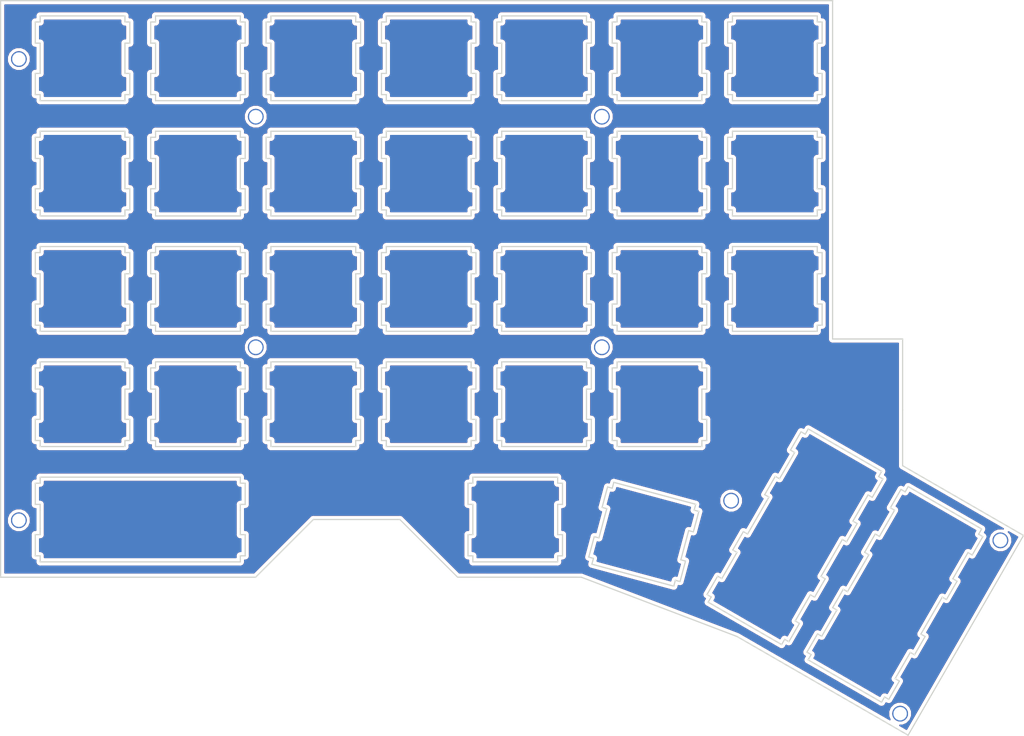
<source format=kicad_pcb>
(kicad_pcb (version 20171130) (host pcbnew "(5.0.0)")
  (layers (0 F.Cu signal) (31 B.Cu signal) (34 B.Paste user) (35 F.Paste user) (36 B.SilkS user) (37 F.SilkS user) (38 B.Mask user) (39 F.Mask user) (44 Edge.Cuts user))
  (net 0 "")
  (module library:M2 (layer F.Cu) (at 185.135 147.52)
    (fp_text reference "" (at 0 2.75) (layer F.SilkS))
    (fp_text value M2)
    (pad "" thru_hole circle (at 0 0) (size 2.6 2.6) (drill 2.2) (layers *.Cu *.Mask))
  )
  (module library:M2 (layer F.Cu) (at 157.235 112.33)
    (fp_text reference "" (at 0 2.75) (layer F.SilkS))
    (fp_text value M2)
    (pad "" thru_hole circle (at 0 0) (size 2.6 2.6) (drill 2.2) (layers *.Cu *.Mask))
  )
  (module library:M2 (layer F.Cu) (at 78.745 86.99)
    (fp_text reference "" (at 0 2.75) (layer F.SilkS))
    (fp_text value M2)
    (pad "" thru_hole circle (at 0 0) (size 2.6 2.6) (drill 2.2) (layers *.Cu *.Mask))
  )
  (module library:M2 (layer F.Cu) (at 135.885 86.99)
    (fp_text reference "" (at 0 2.75) (layer F.SilkS))
    (fp_text value M2)
    (pad "" thru_hole circle (at 0 0) (size 2.6 2.6) (drill 2.2) (layers *.Cu *.Mask))
  )
  (module library:M2 (layer F.Cu) (at 39.635 115.57)
    (fp_text reference "" (at 0 2.75) (layer F.SilkS))
    (fp_text value M2)
    (pad "" thru_hole circle (at 0 0) (size 2.6 2.6) (drill 2.2) (layers *.Cu *.Mask))
  )
  (module library:M2 (layer F.Cu) (at 39.635 39.37)
    (fp_text reference "" (at 0 2.75) (layer F.SilkS))
    (fp_text value M2)
    (pad "" thru_hole circle (at 0 0) (size 2.6 2.6) (drill 2.2) (layers *.Cu *.Mask))
  )
  (module library:M2 (layer F.Cu) (at 201.685 118.89)
    (fp_text reference "" (at 0 2.75) (layer F.SilkS))
    (fp_text value M2)
    (pad "" thru_hole circle (at 0 0) (size 2.6 2.6) (drill 2.2) (layers *.Cu *.Mask))
  )
  (module library:M2 (layer F.Cu) (at 135.885 48.89)
    (fp_text reference "" (at 0 2.75) (layer F.SilkS))
    (fp_text value M2)
    (pad "" thru_hole circle (at 0 0) (size 2.6 2.6) (drill 2.2) (layers *.Cu *.Mask))
  )
  (module library:M2 (layer F.Cu) (at 78.745 48.89)
    (fp_text reference "" (at 0 2.75) (layer F.SilkS))
    (fp_text value M2)
    (pad "" thru_hole circle (at 0 0) (size 2.6 2.6) (drill 2.2) (layers *.Cu *.Mask))
  )
  (gr_line (start 185.542254 85.618009) (end 185.542254 97.342969) (layer Edge.Cuts) (width 0.2))
  (gr_line (start 153.2 90.39375) (end 152.4 90.39375) (layer Edge.Cuts) (width 0.2))
  (gr_line (start 153.2 93.89375) (end 153.2 90.39375) (layer Edge.Cuts) (width 0.2))
  (gr_line (start 152.4 93.89375) (end 153.2 93.89375) (layer Edge.Cuts) (width 0.2))
  (gr_line (start 152.4 90.39375) (end 152.4 89.39375) (layer Edge.Cuts) (width 0.2))
  (gr_line (start 157.45 84.34375) (end 171.45 84.34375) (layer Edge.Cuts) (width 0.2))
  (gr_line (start 185.542254 85.618009) (end 173.98 85.618009) (layer Edge.Cuts) (width 0.2))
  (gr_line (start 174 29.725) (end 36.65 29.725) (layer Edge.Cuts) (width 0.2))
  (gr_line (start 154.9984 124.80635) (end 153.2484 127.83745) (layer Edge.Cuts) (width 0.2))
  (gr_line (start 165.5655 136.10345) (end 166.0655 135.23745) (layer Edge.Cuts) (width 0.2))
  (gr_line (start 153.2484 127.83745) (end 153.9412 128.23745) (layer Edge.Cuts) (width 0.2))
  (gr_line (start 153.4412 129.10345) (end 165.5655 136.10345) (layer Edge.Cuts) (width 0.2))
  (gr_line (start 153.9412 128.23745) (end 153.4412 129.10345) (layer Edge.Cuts) (width 0.2))
  (gr_line (start 177.3405 115.70855) (end 179.8405 111.37845) (layer Edge.Cuts) (width 0.2))
  (gr_line (start 193.8383 125.23355) (end 196.3383 120.90345) (layer Edge.Cuts) (width 0.2))
  (gr_line (start 192.7811 128.66465) (end 194.5311 125.63355) (layer Edge.Cuts) (width 0.2))
  (gr_line (start 162.7734 111.33965) (end 163.4662 111.73965) (layer Edge.Cuts) (width 0.2))
  (gr_line (start 164.5234 108.30855) (end 162.7734 111.33965) (layer Edge.Cuts) (width 0.2))
  (gr_line (start 181.5905 108.34735) (end 182.0905 107.48125) (layer Edge.Cuts) (width 0.2))
  (gr_line (start 155.6912 125.20635) (end 154.9984 124.80635) (layer Edge.Cuts) (width 0.2))
  (gr_line (start 176.2834 119.13965) (end 178.0334 116.10855) (layer Edge.Cuts) (width 0.2))
  (gr_line (start 157.4984 120.47615) (end 158.1912 120.87615) (layer Edge.Cuts) (width 0.2))
  (gr_line (start 159.2484 117.44515) (end 157.4984 120.47615) (layer Edge.Cuts) (width 0.2))
  (gr_line (start 170.3155 127.87615) (end 171.0084 128.27615) (layer Edge.Cuts) (width 0.2))
  (gr_line (start 163.4662 111.73965) (end 162.9662 112.60565) (layer Edge.Cuts) (width 0.2))
  (gr_line (start 167.8155 132.20635) (end 170.3155 127.87615) (layer Edge.Cuts) (width 0.2))
  (gr_line (start 166.0655 135.23745) (end 166.7584 135.63745) (layer Edge.Cuts) (width 0.2))
  (gr_line (start 191.5883 129.13065) (end 192.0883 128.26465) (layer Edge.Cuts) (width 0.2))
  (gr_line (start 182.2834 108.74735) (end 181.5905 108.34735) (layer Edge.Cuts) (width 0.2))
  (gr_line (start 175.5905 118.73965) (end 176.2834 119.13965) (layer Edge.Cuts) (width 0.2))
  (gr_line (start 179.2711 120.86465) (end 179.964 121.26465) (layer Edge.Cuts) (width 0.2))
  (gr_line (start 184.214 113.90345) (end 181.714 118.23355) (layer Edge.Cuts) (width 0.2))
  (gr_line (start 182.0905 107.48125) (end 169.9662 100.48125) (layer Edge.Cuts) (width 0.2))
  (gr_line (start 196.3383 120.90345) (end 197.0311 121.30345) (layer Edge.Cuts) (width 0.2))
  (gr_line (start 192.0883 128.26465) (end 192.7811 128.66465) (layer Edge.Cuts) (width 0.2))
  (gr_line (start 185.2711 110.47235) (end 183.5211 113.50345) (layer Edge.Cuts) (width 0.2))
  (gr_line (start 179.8405 111.37845) (end 180.5334 111.77845) (layer Edge.Cuts) (width 0.2))
  (gr_line (start 167.7162 104.37845) (end 165.2162 108.70855) (layer Edge.Cuts) (width 0.2))
  (gr_line (start 194.5311 125.63355) (end 193.8383 125.23355) (layer Edge.Cuts) (width 0.2))
  (gr_line (start 171.0084 128.27615) (end 172.7584 125.24515) (layer Edge.Cuts) (width 0.2))
  (gr_line (start 158.1912 120.87615) (end 155.6912 125.20635) (layer Edge.Cuts) (width 0.2))
  (gr_line (start 160.4412 116.97905) (end 159.9412 117.84515) (layer Edge.Cuts) (width 0.2))
  (gr_line (start 179.964 121.26465) (end 179.464 122.13065) (layer Edge.Cuts) (width 0.2))
  (gr_line (start 181.714 118.23355) (end 181.0211 117.83355) (layer Edge.Cuts) (width 0.2))
  (gr_line (start 172.0655 124.84515) (end 172.5655 123.97905) (layer Edge.Cuts) (width 0.2))
  (gr_line (start 198.7811 118.27235) (end 198.0883 117.87235) (layer Edge.Cuts) (width 0.2))
  (gr_line (start 159.9412 117.84515) (end 159.2484 117.44515) (layer Edge.Cuts) (width 0.2))
  (gr_line (start 183.5211 113.50345) (end 184.214 113.90345) (layer Edge.Cuts) (width 0.2))
  (gr_line (start 166.7584 135.63745) (end 168.5084 132.60635) (layer Edge.Cuts) (width 0.2))
  (gr_line (start 186.464 110.00625) (end 185.964 110.87235) (layer Edge.Cuts) (width 0.2))
  (gr_line (start 165.2162 108.70855) (end 164.5234 108.30855) (layer Edge.Cuts) (width 0.2))
  (gr_line (start 172.7584 125.24515) (end 172.0655 124.84515) (layer Edge.Cuts) (width 0.2))
  (gr_line (start 168.5084 132.60635) (end 167.8155 132.20635) (layer Edge.Cuts) (width 0.2))
  (gr_line (start 175.0905 119.60565) (end 175.5905 118.73965) (layer Edge.Cuts) (width 0.2))
  (gr_line (start 181.0211 117.83355) (end 179.2711 120.86465) (layer Edge.Cuts) (width 0.2))
  (gr_line (start 198.5883 117.00625) (end 186.464 110.00625) (layer Edge.Cuts) (width 0.2))
  (gr_line (start 197.0311 121.30345) (end 198.7811 118.27235) (layer Edge.Cuts) (width 0.2))
  (gr_line (start 198.0883 117.87235) (end 198.5883 117.00625) (layer Edge.Cuts) (width 0.2))
  (gr_line (start 178.0334 116.10855) (end 177.3405 115.70855) (layer Edge.Cuts) (width 0.2))
  (gr_line (start 185.964 110.87235) (end 185.2711 110.47235) (layer Edge.Cuts) (width 0.2))
  (gr_line (start 180.5334 111.77845) (end 182.2834 108.74735) (layer Edge.Cuts) (width 0.2))
  (gr_line (start 99.5 33.24375) (end 99.5 36.74375) (layer Edge.Cuts) (width 0.2))
  (gr_line (start 134.15 33.24375) (end 133.35 33.24375) (layer Edge.Cuts) (width 0.2))
  (gr_line (start 118.55 36.74375) (end 119.35 36.74375) (layer Edge.Cuts) (width 0.2))
  (gr_line (start 114.3 46.24375) (end 114.3 45.24375) (layer Edge.Cuts) (width 0.2))
  (gr_line (start 99.5 36.74375) (end 100.3 36.74375) (layer Edge.Cuts) (width 0.2))
  (gr_line (start 119.35 33.24375) (end 118.55 33.24375) (layer Edge.Cuts) (width 0.2))
  (gr_line (start 134.15 45.24375) (end 134.15 41.74375) (layer Edge.Cuts) (width 0.2))
  (gr_line (start 100.3 33.24375) (end 99.5 33.24375) (layer Edge.Cuts) (width 0.2))
  (gr_line (start 133.35 32.24375) (end 119.35 32.24375) (layer Edge.Cuts) (width 0.2))
  (gr_line (start 133.35 41.74375) (end 133.35 36.74375) (layer Edge.Cuts) (width 0.2))
  (gr_line (start 114.3 32.24375) (end 100.3 32.24375) (layer Edge.Cuts) (width 0.2))
  (gr_line (start 119.35 32.24375) (end 119.35 33.24375) (layer Edge.Cuts) (width 0.2))
  (gr_line (start 118.55 45.24375) (end 119.35 45.24375) (layer Edge.Cuts) (width 0.2))
  (gr_line (start 119.35 36.74375) (end 119.35 41.74375) (layer Edge.Cuts) (width 0.2))
  (gr_line (start 100.3 36.74375) (end 100.3 41.74375) (layer Edge.Cuts) (width 0.2))
  (gr_line (start 118.55 33.24375) (end 118.55 36.74375) (layer Edge.Cuts) (width 0.2))
  (gr_line (start 138.4 32.24375) (end 138.4 33.24375) (layer Edge.Cuts) (width 0.2))
  (gr_line (start 153.2 41.74375) (end 152.4 41.74375) (layer Edge.Cuts) (width 0.2))
  (gr_line (start 133.35 33.24375) (end 133.35 32.24375) (layer Edge.Cuts) (width 0.2))
  (gr_line (start 138.4 33.24375) (end 137.6 33.24375) (layer Edge.Cuts) (width 0.2))
  (gr_line (start 119.35 41.74375) (end 118.55 41.74375) (layer Edge.Cuts) (width 0.2))
  (gr_line (start 100.3 41.74375) (end 99.5 41.74375) (layer Edge.Cuts) (width 0.2))
  (gr_line (start 153.2 36.74375) (end 153.2 33.24375) (layer Edge.Cuts) (width 0.2))
  (gr_line (start 133.35 45.24375) (end 134.15 45.24375) (layer Edge.Cuts) (width 0.2))
  (gr_line (start 152.4 36.74375) (end 153.2 36.74375) (layer Edge.Cuts) (width 0.2))
  (gr_line (start 99.5 41.74375) (end 99.5 45.24375) (layer Edge.Cuts) (width 0.2))
  (gr_line (start 152.4 46.24375) (end 152.4 45.24375) (layer Edge.Cuts) (width 0.2))
  (gr_line (start 138.4 46.24375) (end 152.4 46.24375) (layer Edge.Cuts) (width 0.2))
  (gr_line (start 99.5 45.24375) (end 100.3 45.24375) (layer Edge.Cuts) (width 0.2))
  (gr_line (start 134.15 41.74375) (end 133.35 41.74375) (layer Edge.Cuts) (width 0.2))
  (gr_line (start 138.4 45.24375) (end 138.4 46.24375) (layer Edge.Cuts) (width 0.2))
  (gr_line (start 153.2 45.24375) (end 153.2 41.74375) (layer Edge.Cuts) (width 0.2))
  (gr_line (start 119.35 46.24375) (end 133.35 46.24375) (layer Edge.Cuts) (width 0.2))
  (gr_line (start 138.4 41.74375) (end 137.6 41.74375) (layer Edge.Cuts) (width 0.2))
  (gr_line (start 100.3 46.24375) (end 114.3 46.24375) (layer Edge.Cuts) (width 0.2))
  (gr_line (start 152.4 32.24375) (end 138.4 32.24375) (layer Edge.Cuts) (width 0.2))
  (gr_line (start 137.6 36.74375) (end 138.4 36.74375) (layer Edge.Cuts) (width 0.2))
  (gr_line (start 137.6 45.24375) (end 138.4 45.24375) (layer Edge.Cuts) (width 0.2))
  (gr_line (start 137.6 41.74375) (end 137.6 45.24375) (layer Edge.Cuts) (width 0.2))
  (gr_line (start 152.4 41.74375) (end 152.4 36.74375) (layer Edge.Cuts) (width 0.2))
  (gr_line (start 138.4 36.74375) (end 138.4 41.74375) (layer Edge.Cuts) (width 0.2))
  (gr_line (start 137.6 33.24375) (end 137.6 36.74375) (layer Edge.Cuts) (width 0.2))
  (gr_line (start 152.4 33.24375) (end 152.4 32.24375) (layer Edge.Cuts) (width 0.2))
  (gr_line (start 153.2 33.24375) (end 152.4 33.24375) (layer Edge.Cuts) (width 0.2))
  (gr_line (start 133.35 46.24375) (end 133.35 45.24375) (layer Edge.Cuts) (width 0.2))
  (gr_line (start 133.35 36.74375) (end 134.15 36.74375) (layer Edge.Cuts) (width 0.2))
  (gr_line (start 152.4 45.24375) (end 153.2 45.24375) (layer Edge.Cuts) (width 0.2))
  (gr_line (start 100.3 32.24375) (end 100.3 33.24375) (layer Edge.Cuts) (width 0.2))
  (gr_line (start 118.55 41.74375) (end 118.55 45.24375) (layer Edge.Cuts) (width 0.2))
  (gr_line (start 100.3 45.24375) (end 100.3 46.24375) (layer Edge.Cuts) (width 0.2))
  (gr_line (start 119.35 45.24375) (end 119.35 46.24375) (layer Edge.Cuts) (width 0.2))
  (gr_line (start 134.15 36.74375) (end 134.15 33.24375) (layer Edge.Cuts) (width 0.2))
  (gr_line (start 62.2 41.74375) (end 61.4 41.74375) (layer Edge.Cuts) (width 0.2))
  (gr_line (start 76.2 46.24375) (end 76.2 45.24375) (layer Edge.Cuts) (width 0.2))
  (gr_line (start 62.2 45.24375) (end 62.2 46.24375) (layer Edge.Cuts) (width 0.2))
  (gr_line (start 62.2 36.74375) (end 62.2 41.74375) (layer Edge.Cuts) (width 0.2))
  (gr_line (start 57.15 33.24375) (end 57.15 32.24375) (layer Edge.Cuts) (width 0.2))
  (gr_line (start 61.4 45.24375) (end 62.2 45.24375) (layer Edge.Cuts) (width 0.2))
  (gr_line (start 77 41.74375) (end 76.2 41.74375) (layer Edge.Cuts) (width 0.2))
  (gr_line (start 42.35 33.24375) (end 42.35 36.74375) (layer Edge.Cuts) (width 0.2))
  (gr_line (start 61.4 36.74375) (end 62.2 36.74375) (layer Edge.Cuts) (width 0.2))
  (gr_line (start 62.2 32.24375) (end 62.2 33.24375) (layer Edge.Cuts) (width 0.2))
  (gr_line (start 77 36.74375) (end 77 33.24375) (layer Edge.Cuts) (width 0.2))
  (gr_line (start 77 45.24375) (end 77 41.74375) (layer Edge.Cuts) (width 0.2))
  (gr_line (start 43.15 46.24375) (end 57.15 46.24375) (layer Edge.Cuts) (width 0.2))
  (gr_line (start 43.15 41.74375) (end 42.35 41.74375) (layer Edge.Cuts) (width 0.2))
  (gr_line (start 43.15 33.24375) (end 42.35 33.24375) (layer Edge.Cuts) (width 0.2))
  (gr_line (start 76.2 41.74375) (end 76.2 36.74375) (layer Edge.Cuts) (width 0.2))
  (gr_line (start 42.35 36.74375) (end 43.15 36.74375) (layer Edge.Cuts) (width 0.2))
  (gr_line (start 80.45 36.74375) (end 81.25 36.74375) (layer Edge.Cuts) (width 0.2))
  (gr_line (start 61.4 41.74375) (end 61.4 45.24375) (layer Edge.Cuts) (width 0.2))
  (gr_line (start 57.15 32.24375) (end 43.15 32.24375) (layer Edge.Cuts) (width 0.2))
  (gr_line (start 62.2 33.24375) (end 61.4 33.24375) (layer Edge.Cuts) (width 0.2))
  (gr_line (start 77 33.24375) (end 76.2 33.24375) (layer Edge.Cuts) (width 0.2))
  (gr_line (start 57.15 46.24375) (end 57.15 45.24375) (layer Edge.Cuts) (width 0.2))
  (gr_line (start 42.35 41.74375) (end 42.35 45.24375) (layer Edge.Cuts) (width 0.2))
  (gr_line (start 62.2 46.24375) (end 76.2 46.24375) (layer Edge.Cuts) (width 0.2))
  (gr_line (start 114.3 33.24375) (end 114.3 32.24375) (layer Edge.Cuts) (width 0.2))
  (gr_line (start 95.25 46.24375) (end 95.25 45.24375) (layer Edge.Cuts) (width 0.2))
  (gr_line (start 115.1 33.24375) (end 114.3 33.24375) (layer Edge.Cuts) (width 0.2))
  (gr_line (start 96.05 36.74375) (end 96.05 33.24375) (layer Edge.Cuts) (width 0.2))
  (gr_line (start 115.1 36.74375) (end 115.1 33.24375) (layer Edge.Cuts) (width 0.2))
  (gr_line (start 114.3 36.74375) (end 115.1 36.74375) (layer Edge.Cuts) (width 0.2))
  (gr_line (start 57.95 33.24375) (end 57.15 33.24375) (layer Edge.Cuts) (width 0.2))
  (gr_line (start 114.3 41.74375) (end 114.3 36.74375) (layer Edge.Cuts) (width 0.2))
  (gr_line (start 115.1 41.74375) (end 114.3 41.74375) (layer Edge.Cuts) (width 0.2))
  (gr_line (start 95.25 36.74375) (end 96.05 36.74375) (layer Edge.Cuts) (width 0.2))
  (gr_line (start 115.1 45.24375) (end 115.1 41.74375) (layer Edge.Cuts) (width 0.2))
  (gr_line (start 95.25 33.24375) (end 95.25 32.24375) (layer Edge.Cuts) (width 0.2))
  (gr_line (start 114.3 45.24375) (end 115.1 45.24375) (layer Edge.Cuts) (width 0.2))
  (gr_line (start 81.25 46.24375) (end 95.25 46.24375) (layer Edge.Cuts) (width 0.2))
  (gr_line (start 61.4 33.24375) (end 61.4 36.74375) (layer Edge.Cuts) (width 0.2))
  (gr_line (start 76.2 36.74375) (end 77 36.74375) (layer Edge.Cuts) (width 0.2))
  (gr_line (start 76.2 45.24375) (end 77 45.24375) (layer Edge.Cuts) (width 0.2))
  (gr_line (start 43.15 36.74375) (end 43.15 41.74375) (layer Edge.Cuts) (width 0.2))
  (gr_line (start 43.15 32.24375) (end 43.15 33.24375) (layer Edge.Cuts) (width 0.2))
  (gr_line (start 81.25 45.24375) (end 81.25 46.24375) (layer Edge.Cuts) (width 0.2))
  (gr_line (start 57.15 36.74375) (end 57.95 36.74375) (layer Edge.Cuts) (width 0.2))
  (gr_line (start 80.45 45.24375) (end 81.25 45.24375) (layer Edge.Cuts) (width 0.2))
  (gr_line (start 80.45 41.74375) (end 80.45 45.24375) (layer Edge.Cuts) (width 0.2))
  (gr_line (start 81.25 41.74375) (end 80.45 41.74375) (layer Edge.Cuts) (width 0.2))
  (gr_line (start 76.2 32.24375) (end 62.2 32.24375) (layer Edge.Cuts) (width 0.2))
  (gr_line (start 43.15 45.24375) (end 43.15 46.24375) (layer Edge.Cuts) (width 0.2))
  (gr_line (start 81.25 36.74375) (end 81.25 41.74375) (layer Edge.Cuts) (width 0.2))
  (gr_line (start 80.45 33.24375) (end 80.45 36.74375) (layer Edge.Cuts) (width 0.2))
  (gr_line (start 76.2 33.24375) (end 76.2 32.24375) (layer Edge.Cuts) (width 0.2))
  (gr_line (start 42.35 45.24375) (end 43.15 45.24375) (layer Edge.Cuts) (width 0.2))
  (gr_line (start 81.25 32.24375) (end 81.25 33.24375) (layer Edge.Cuts) (width 0.2))
  (gr_line (start 81.25 33.24375) (end 80.45 33.24375) (layer Edge.Cuts) (width 0.2))
  (gr_line (start 95.25 41.74375) (end 95.25 36.74375) (layer Edge.Cuts) (width 0.2))
  (gr_line (start 96.05 45.24375) (end 96.05 41.74375) (layer Edge.Cuts) (width 0.2))
  (gr_line (start 95.25 32.24375) (end 81.25 32.24375) (layer Edge.Cuts) (width 0.2))
  (gr_line (start 57.95 36.74375) (end 57.95 33.24375) (layer Edge.Cuts) (width 0.2))
  (gr_line (start 96.05 33.24375) (end 95.25 33.24375) (layer Edge.Cuts) (width 0.2))
  (gr_line (start 96.05 41.74375) (end 95.25 41.74375) (layer Edge.Cuts) (width 0.2))
  (gr_line (start 95.25 45.24375) (end 96.05 45.24375) (layer Edge.Cuts) (width 0.2))
  (gr_line (start 36.62 124.97375) (end 78.725 124.97375) (layer Edge.Cuts) (width 0.2))
  (gr_line (start 189.2561 134.77015) (end 188.5633 134.37015) (layer Edge.Cuts) (width 0.2))
  (gr_line (start 36.62 29.71375) (end 36.62 124.97375) (layer Edge.Cuts) (width 0.2))
  (gr_line (start 160.4412 116.97905) (end 162.9662 112.60565) (layer Edge.Cuts) (width 0.2))
  (gr_line (start 43.15 121.44375) (end 43.15 122.44375) (layer Edge.Cuts) (width 0.2))
  (gr_line (start 169.7461 137.36245) (end 170.439 137.76245) (layer Edge.Cuts) (width 0.2))
  (gr_line (start 76.2 121.44375) (end 77 121.44375) (layer Edge.Cuts) (width 0.2))
  (gr_line (start 188.5633 134.37015) (end 189.0633 133.50405) (layer Edge.Cuts) (width 0.2))
  (gr_line (start 187.5061 137.80115) (end 189.2561 134.77015) (layer Edge.Cuts) (width 0.2))
  (gr_line (start 189.0633 133.50405) (end 191.5883 129.13065) (layer Edge.Cuts) (width 0.2))
  (gr_line (start 43.15 117.94375) (end 43.15 116.94375) (layer Edge.Cuts) (width 0.2))
  (gr_line (start 176.939 126.50405) (end 179.464 122.13065) (layer Edge.Cuts) (width 0.2))
  (gr_line (start 43.15 108.44375) (end 76.2 108.44375) (layer Edge.Cuts) (width 0.2))
  (gr_line (start 43.15 109.44375) (end 42.35 109.44375) (layer Edge.Cuts) (width 0.2))
  (gr_line (start 186.8133 137.40115) (end 187.5061 137.80115) (layer Edge.Cuts) (width 0.2))
  (gr_line (start 174.689 130.40115) (end 172.189 134.73135) (layer Edge.Cuts) (width 0.2))
  (gr_line (start 184.3133 141.73135) (end 186.8133 137.40115) (layer Edge.Cuts) (width 0.2))
  (gr_line (start 176.439 127.37015) (end 175.7461 126.97015) (layer Edge.Cuts) (width 0.2))
  (gr_line (start 168.773412 100.94728) (end 169.466222 101.347263) (layer Edge.Cuts) (width 0.2))
  (gr_line (start 42.35 112.94375) (end 43.15 112.94375) (layer Edge.Cuts) (width 0.2))
  (gr_line (start 76.2 109.44375) (end 76.2 108.44375) (layer Edge.Cuts) (width 0.2))
  (gr_line (start 170.439 137.76245) (end 169.939 138.62845) (layer Edge.Cuts) (width 0.2))
  (gr_line (start 76.2 116.94375) (end 76.2 117.94375) (layer Edge.Cuts) (width 0.2))
  (gr_line (start 43.15 122.44375) (end 76.2 122.44375) (layer Edge.Cuts) (width 0.2))
  (gr_line (start 77 121.44375) (end 77 117.94375) (layer Edge.Cuts) (width 0.2))
  (gr_line (start 43.15 108.44375) (end 43.15 109.44375) (layer Edge.Cuts) (width 0.2))
  (gr_line (start 185.0061 142.13135) (end 184.3133 141.73135) (layer Edge.Cuts) (width 0.2))
  (gr_line (start 172.189 134.73135) (end 171.4961 134.33135) (layer Edge.Cuts) (width 0.2))
  (gr_line (start 77 109.44375) (end 76.2 109.44375) (layer Edge.Cuts) (width 0.2))
  (gr_line (start 42.35 109.44375) (end 42.35 112.94375) (layer Edge.Cuts) (width 0.2))
  (gr_line (start 169.939 138.62845) (end 182.0633 145.62845) (layer Edge.Cuts) (width 0.2))
  (gr_line (start 171.4961 134.33135) (end 169.7461 137.36245) (layer Edge.Cuts) (width 0.2))
  (gr_line (start 42.35 121.44375) (end 43.15 121.44375) (layer Edge.Cuts) (width 0.2))
  (gr_line (start 57.15 41.74375) (end 57.15 36.74375) (layer Edge.Cuts) (width 0.2))
  (gr_line (start 57.95 41.74375) (end 57.15 41.74375) (layer Edge.Cuts) (width 0.2))
  (gr_line (start 167.716212 104.378357) (end 167.023402 103.978375) (layer Edge.Cuts) (width 0.2))
  (gr_line (start 57.95 45.24375) (end 57.95 41.74375) (layer Edge.Cuts) (width 0.2))
  (gr_line (start 205.504141 118.0777) (end 185.542254 106.552708) (layer Edge.Cuts) (width 0.2))
  (gr_line (start 175.7461 126.97015) (end 173.9961 130.00115) (layer Edge.Cuts) (width 0.2))
  (gr_line (start 76.2 113.94375) (end 76.2 112.94375) (layer Edge.Cuts) (width 0.2))
  (gr_line (start 186.449109 151.081984) (end 205.504141 118.0777) (layer Edge.Cuts) (width 0.2))
  (gr_line (start 77 112.94375) (end 77 109.44375) (layer Edge.Cuts) (width 0.2))
  (gr_line (start 173.9961 130.00115) (end 174.689 130.40115) (layer Edge.Cuts) (width 0.2))
  (gr_line (start 182.0633 145.62845) (end 182.5633 144.76245) (layer Edge.Cuts) (width 0.2))
  (gr_line (start 169.466222 101.347263) (end 169.9662 100.48125) (layer Edge.Cuts) (width 0.2))
  (gr_line (start 76.2 112.94375) (end 77 112.94375) (layer Edge.Cuts) (width 0.2))
  (gr_line (start 172.5655 123.97905) (end 175.0905 119.60565) (layer Edge.Cuts) (width 0.2))
  (gr_line (start 77 117.94375) (end 76.2 117.94375) (layer Edge.Cuts) (width 0.2))
  (gr_line (start 42.35 117.94375) (end 42.35 121.44375) (layer Edge.Cuts) (width 0.2))
  (gr_line (start 183.2561 145.16245) (end 185.0061 142.13135) (layer Edge.Cuts) (width 0.2))
  (gr_line (start 43.15 117.94375) (end 42.35 117.94375) (layer Edge.Cuts) (width 0.2))
  (gr_line (start 176.939 126.50405) (end 176.439 127.37015) (layer Edge.Cuts) (width 0.2))
  (gr_line (start 167.023402 103.978375) (end 168.773412 100.94728) (layer Edge.Cuts) (width 0.2))
  (gr_line (start 76.2 122.44375) (end 76.2 121.44375) (layer Edge.Cuts) (width 0.2))
  (gr_line (start 57.15 45.24375) (end 57.95 45.24375) (layer Edge.Cuts) (width 0.2))
  (gr_line (start 43.15 113.94375) (end 43.15 112.94375) (layer Edge.Cuts) (width 0.2))
  (gr_line (start 185.542254 106.552708) (end 185.542254 97.342969) (layer Edge.Cuts) (width 0.2))
  (gr_line (start 158.238346 134.794492) (end 186.449109 151.081984) (layer Edge.Cuts) (width 0.2))
  (gr_line (start 172.25 52.29375) (end 171.45 52.29375) (layer Edge.Cuts) (width 0.2))
  (gr_line (start 76.2 74.84375) (end 77 74.84375) (layer Edge.Cuts) (width 0.2))
  (gr_line (start 42.35 83.34375) (end 43.15 83.34375) (layer Edge.Cuts) (width 0.2))
  (gr_line (start 157.45 51.29375) (end 157.45 52.29375) (layer Edge.Cuts) (width 0.2))
  (gr_line (start 171.45 64.29375) (end 172.25 64.29375) (layer Edge.Cuts) (width 0.2))
  (gr_line (start 57.15 79.84375) (end 57.15 74.84375) (layer Edge.Cuts) (width 0.2))
  (gr_line (start 137.6 55.79375) (end 138.4 55.79375) (layer Edge.Cuts) (width 0.2))
  (gr_line (start 171.45 65.29375) (end 171.45 64.29375) (layer Edge.Cuts) (width 0.2))
  (gr_line (start 61.4 71.34375) (end 61.4 74.84375) (layer Edge.Cuts) (width 0.2))
  (gr_line (start 62.2 70.34375) (end 62.2 71.34375) (layer Edge.Cuts) (width 0.2))
  (gr_line (start 62.2 71.34375) (end 61.4 71.34375) (layer Edge.Cuts) (width 0.2))
  (gr_line (start 76.2 70.34375) (end 62.2 70.34375) (layer Edge.Cuts) (width 0.2))
  (gr_line (start 157.45 52.29375) (end 156.65 52.29375) (layer Edge.Cuts) (width 0.2))
  (gr_line (start 57.95 83.34375) (end 57.95 79.84375) (layer Edge.Cuts) (width 0.2))
  (gr_line (start 172.25 60.79375) (end 171.45 60.79375) (layer Edge.Cuts) (width 0.2))
  (gr_line (start 137.6 52.29375) (end 137.6 55.79375) (layer Edge.Cuts) (width 0.2))
  (gr_line (start 76.2 71.34375) (end 76.2 70.34375) (layer Edge.Cuts) (width 0.2))
  (gr_line (start 77 71.34375) (end 76.2 71.34375) (layer Edge.Cuts) (width 0.2))
  (gr_line (start 77 83.34375) (end 77 79.84375) (layer Edge.Cuts) (width 0.2))
  (gr_line (start 138.4 55.79375) (end 138.4 60.79375) (layer Edge.Cuts) (width 0.2))
  (gr_line (start 76.2 83.34375) (end 77 83.34375) (layer Edge.Cuts) (width 0.2))
  (gr_line (start 156.65 60.79375) (end 156.65 64.29375) (layer Edge.Cuts) (width 0.2))
  (gr_line (start 42.35 79.84375) (end 42.35 83.34375) (layer Edge.Cuts) (width 0.2))
  (gr_line (start 57.15 71.34375) (end 57.15 70.34375) (layer Edge.Cuts) (width 0.2))
  (gr_line (start 156.65 64.29375) (end 157.45 64.29375) (layer Edge.Cuts) (width 0.2))
  (gr_line (start 57.15 70.34375) (end 43.15 70.34375) (layer Edge.Cuts) (width 0.2))
  (gr_line (start 57.15 74.84375) (end 57.95 74.84375) (layer Edge.Cuts) (width 0.2))
  (gr_line (start 157.45 60.79375) (end 156.65 60.79375) (layer Edge.Cuts) (width 0.2))
  (gr_line (start 76.2 79.84375) (end 76.2 74.84375) (layer Edge.Cuts) (width 0.2))
  (gr_line (start 77 79.84375) (end 76.2 79.84375) (layer Edge.Cuts) (width 0.2))
  (gr_line (start 152.4 65.29375) (end 152.4 64.29375) (layer Edge.Cuts) (width 0.2))
  (gr_line (start 57.15 84.34375) (end 57.15 83.34375) (layer Edge.Cuts) (width 0.2))
  (gr_line (start 42.35 71.34375) (end 42.35 74.84375) (layer Edge.Cuts) (width 0.2))
  (gr_line (start 43.15 84.34375) (end 57.15 84.34375) (layer Edge.Cuts) (width 0.2))
  (gr_line (start 172.25 64.29375) (end 172.25 60.79375) (layer Edge.Cuts) (width 0.2))
  (gr_line (start 43.15 83.34375) (end 43.15 84.34375) (layer Edge.Cuts) (width 0.2))
  (gr_line (start 43.15 79.84375) (end 42.35 79.84375) (layer Edge.Cuts) (width 0.2))
  (gr_line (start 43.15 74.84375) (end 43.15 79.84375) (layer Edge.Cuts) (width 0.2))
  (gr_line (start 57.95 74.84375) (end 57.95 71.34375) (layer Edge.Cuts) (width 0.2))
  (gr_line (start 157.45 64.29375) (end 157.45 65.29375) (layer Edge.Cuts) (width 0.2))
  (gr_line (start 137.6 64.29375) (end 138.4 64.29375) (layer Edge.Cuts) (width 0.2))
  (gr_line (start 157.45 55.79375) (end 157.45 60.79375) (layer Edge.Cuts) (width 0.2))
  (gr_line (start 172.25 55.79375) (end 172.25 52.29375) (layer Edge.Cuts) (width 0.2))
  (gr_line (start 57.95 79.84375) (end 57.15 79.84375) (layer Edge.Cuts) (width 0.2))
  (gr_line (start 171.45 52.29375) (end 171.45 51.29375) (layer Edge.Cuts) (width 0.2))
  (gr_line (start 171.45 60.79375) (end 171.45 55.79375) (layer Edge.Cuts) (width 0.2))
  (gr_line (start 138.4 64.29375) (end 138.4 65.29375) (layer Edge.Cuts) (width 0.2))
  (gr_line (start 43.15 71.34375) (end 42.35 71.34375) (layer Edge.Cuts) (width 0.2))
  (gr_line (start 156.65 55.79375) (end 157.45 55.79375) (layer Edge.Cuts) (width 0.2))
  (gr_line (start 57.95 71.34375) (end 57.15 71.34375) (layer Edge.Cuts) (width 0.2))
  (gr_line (start 57.15 83.34375) (end 57.95 83.34375) (layer Edge.Cuts) (width 0.2))
  (gr_line (start 138.4 65.29375) (end 152.4 65.29375) (layer Edge.Cuts) (width 0.2))
  (gr_line (start 156.65 52.29375) (end 156.65 55.79375) (layer Edge.Cuts) (width 0.2))
  (gr_line (start 157.45 65.29375) (end 171.45 65.29375) (layer Edge.Cuts) (width 0.2))
  (gr_line (start 137.6 60.79375) (end 137.6 64.29375) (layer Edge.Cuts) (width 0.2))
  (gr_line (start 138.4 60.79375) (end 137.6 60.79375) (layer Edge.Cuts) (width 0.2))
  (gr_line (start 138.4 51.29375) (end 138.4 52.29375) (layer Edge.Cuts) (width 0.2))
  (gr_line (start 77 74.84375) (end 77 71.34375) (layer Edge.Cuts) (width 0.2))
  (gr_line (start 42.35 74.84375) (end 43.15 74.84375) (layer Edge.Cuts) (width 0.2))
  (gr_line (start 138.4 52.29375) (end 137.6 52.29375) (layer Edge.Cuts) (width 0.2))
  (gr_line (start 152.4 51.29375) (end 138.4 51.29375) (layer Edge.Cuts) (width 0.2))
  (gr_line (start 43.15 70.34375) (end 43.15 71.34375) (layer Edge.Cuts) (width 0.2))
  (gr_line (start 171.45 51.29375) (end 157.45 51.29375) (layer Edge.Cuts) (width 0.2))
  (gr_line (start 171.45 55.79375) (end 172.25 55.79375) (layer Edge.Cuts) (width 0.2))
  (gr_line (start 114.3 65.29375) (end 114.3 64.29375) (layer Edge.Cuts) (width 0.2))
  (gr_line (start 115.1 52.29375) (end 114.3 52.29375) (layer Edge.Cuts) (width 0.2))
  (gr_line (start 80.45 52.29375) (end 80.45 55.79375) (layer Edge.Cuts) (width 0.2))
  (gr_line (start 134.15 64.29375) (end 134.15 60.79375) (layer Edge.Cuts) (width 0.2))
  (gr_line (start 99.5 60.79375) (end 99.5 64.29375) (layer Edge.Cuts) (width 0.2))
  (gr_line (start 95.25 55.79375) (end 96.05 55.79375) (layer Edge.Cuts) (width 0.2))
  (gr_line (start 80.45 55.79375) (end 81.25 55.79375) (layer Edge.Cuts) (width 0.2))
  (gr_line (start 133.35 51.29375) (end 119.35 51.29375) (layer Edge.Cuts) (width 0.2))
  (gr_line (start 134.15 55.79375) (end 134.15 52.29375) (layer Edge.Cuts) (width 0.2))
  (gr_line (start 80.45 64.29375) (end 81.25 64.29375) (layer Edge.Cuts) (width 0.2))
  (gr_line (start 152.4 64.29375) (end 153.2 64.29375) (layer Edge.Cuts) (width 0.2))
  (gr_line (start 114.3 64.29375) (end 115.1 64.29375) (layer Edge.Cuts) (width 0.2))
  (gr_line (start 119.35 64.29375) (end 119.35 65.29375) (layer Edge.Cuts) (width 0.2))
  (gr_line (start 118.55 64.29375) (end 119.35 64.29375) (layer Edge.Cuts) (width 0.2))
  (gr_line (start 95.25 65.29375) (end 95.25 64.29375) (layer Edge.Cuts) (width 0.2))
  (gr_line (start 119.35 60.79375) (end 118.55 60.79375) (layer Edge.Cuts) (width 0.2))
  (gr_line (start 100.3 55.79375) (end 100.3 60.79375) (layer Edge.Cuts) (width 0.2))
  (gr_line (start 119.35 55.79375) (end 119.35 60.79375) (layer Edge.Cuts) (width 0.2))
  (gr_line (start 118.55 52.29375) (end 118.55 55.79375) (layer Edge.Cuts) (width 0.2))
  (gr_line (start 119.35 52.29375) (end 118.55 52.29375) (layer Edge.Cuts) (width 0.2))
  (gr_line (start 114.3 51.29375) (end 100.3 51.29375) (layer Edge.Cuts) (width 0.2))
  (gr_line (start 95.25 51.29375) (end 81.25 51.29375) (layer Edge.Cuts) (width 0.2))
  (gr_line (start 99.5 52.29375) (end 99.5 55.79375) (layer Edge.Cuts) (width 0.2))
  (gr_line (start 95.25 52.29375) (end 95.25 51.29375) (layer Edge.Cuts) (width 0.2))
  (gr_line (start 133.35 52.29375) (end 133.35 51.29375) (layer Edge.Cuts) (width 0.2))
  (gr_line (start 133.35 55.79375) (end 134.15 55.79375) (layer Edge.Cuts) (width 0.2))
  (gr_line (start 133.35 60.79375) (end 133.35 55.79375) (layer Edge.Cuts) (width 0.2))
  (gr_line (start 81.25 60.79375) (end 80.45 60.79375) (layer Edge.Cuts) (width 0.2))
  (gr_line (start 100.3 65.29375) (end 114.3 65.29375) (layer Edge.Cuts) (width 0.2))
  (gr_line (start 81.25 65.29375) (end 95.25 65.29375) (layer Edge.Cuts) (width 0.2))
  (gr_line (start 80.45 60.79375) (end 80.45 64.29375) (layer Edge.Cuts) (width 0.2))
  (gr_line (start 81.25 51.29375) (end 81.25 52.29375) (layer Edge.Cuts) (width 0.2))
  (gr_line (start 115.1 55.79375) (end 115.1 52.29375) (layer Edge.Cuts) (width 0.2))
  (gr_line (start 115.1 64.29375) (end 115.1 60.79375) (layer Edge.Cuts) (width 0.2))
  (gr_line (start 96.05 55.79375) (end 96.05 52.29375) (layer Edge.Cuts) (width 0.2))
  (gr_line (start 99.5 64.29375) (end 100.3 64.29375) (layer Edge.Cuts) (width 0.2))
  (gr_line (start 100.3 60.79375) (end 99.5 60.79375) (layer Edge.Cuts) (width 0.2))
  (gr_line (start 100.3 51.29375) (end 100.3 52.29375) (layer Edge.Cuts) (width 0.2))
  (gr_line (start 152.4 52.29375) (end 152.4 51.29375) (layer Edge.Cuts) (width 0.2))
  (gr_line (start 118.55 60.79375) (end 118.55 64.29375) (layer Edge.Cuts) (width 0.2))
  (gr_line (start 153.2 52.29375) (end 152.4 52.29375) (layer Edge.Cuts) (width 0.2))
  (gr_line (start 153.2 64.29375) (end 153.2 60.79375) (layer Edge.Cuts) (width 0.2))
  (gr_line (start 81.25 52.29375) (end 80.45 52.29375) (layer Edge.Cuts) (width 0.2))
  (gr_line (start 134.15 60.79375) (end 133.35 60.79375) (layer Edge.Cuts) (width 0.2))
  (gr_line (start 100.3 52.29375) (end 99.5 52.29375) (layer Edge.Cuts) (width 0.2))
  (gr_line (start 100.3 64.29375) (end 100.3 65.29375) (layer Edge.Cuts) (width 0.2))
  (gr_line (start 81.25 55.79375) (end 81.25 60.79375) (layer Edge.Cuts) (width 0.2))
  (gr_line (start 114.3 60.79375) (end 114.3 55.79375) (layer Edge.Cuts) (width 0.2))
  (gr_line (start 99.5 55.79375) (end 100.3 55.79375) (layer Edge.Cuts) (width 0.2))
  (gr_line (start 153.2 55.79375) (end 153.2 52.29375) (layer Edge.Cuts) (width 0.2))
  (gr_line (start 152.4 55.79375) (end 153.2 55.79375) (layer Edge.Cuts) (width 0.2))
  (gr_line (start 152.4 60.79375) (end 152.4 55.79375) (layer Edge.Cuts) (width 0.2))
  (gr_line (start 114.3 55.79375) (end 115.1 55.79375) (layer Edge.Cuts) (width 0.2))
  (gr_line (start 134.15 52.29375) (end 133.35 52.29375) (layer Edge.Cuts) (width 0.2))
  (gr_line (start 115.1 60.79375) (end 114.3 60.79375) (layer Edge.Cuts) (width 0.2))
  (gr_line (start 81.25 64.29375) (end 81.25 65.29375) (layer Edge.Cuts) (width 0.2))
  (gr_line (start 153.2 60.79375) (end 152.4 60.79375) (layer Edge.Cuts) (width 0.2))
  (gr_line (start 133.35 65.29375) (end 133.35 64.29375) (layer Edge.Cuts) (width 0.2))
  (gr_line (start 96.05 52.29375) (end 95.25 52.29375) (layer Edge.Cuts) (width 0.2))
  (gr_line (start 119.35 65.29375) (end 133.35 65.29375) (layer Edge.Cuts) (width 0.2))
  (gr_line (start 118.55 55.79375) (end 119.35 55.79375) (layer Edge.Cuts) (width 0.2))
  (gr_line (start 114.3 52.29375) (end 114.3 51.29375) (layer Edge.Cuts) (width 0.2))
  (gr_line (start 119.35 51.29375) (end 119.35 52.29375) (layer Edge.Cuts) (width 0.2))
  (gr_line (start 133.35 64.29375) (end 134.15 64.29375) (layer Edge.Cuts) (width 0.2))
  (gr_line (start 43.15 60.79375) (end 42.35 60.79375) (layer Edge.Cuts) (width 0.2))
  (gr_line (start 57.15 55.79375) (end 57.95 55.79375) (layer Edge.Cuts) (width 0.2))
  (gr_line (start 157.45 33.24375) (end 156.65 33.24375) (layer Edge.Cuts) (width 0.2))
  (gr_line (start 62.2 65.29375) (end 76.2 65.29375) (layer Edge.Cuts) (width 0.2))
  (gr_line (start 76.2 52.29375) (end 76.2 51.29375) (layer Edge.Cuts) (width 0.2))
  (gr_line (start 157.45 41.74375) (end 156.65 41.74375) (layer Edge.Cuts) (width 0.2))
  (gr_line (start 57.15 64.29375) (end 57.95 64.29375) (layer Edge.Cuts) (width 0.2))
  (gr_line (start 43.15 65.29375) (end 57.15 65.29375) (layer Edge.Cuts) (width 0.2))
  (gr_line (start 95.25 60.79375) (end 95.25 55.79375) (layer Edge.Cuts) (width 0.2))
  (gr_line (start 76.2 55.79375) (end 77 55.79375) (layer Edge.Cuts) (width 0.2))
  (gr_line (start 96.05 64.29375) (end 96.05 60.79375) (layer Edge.Cuts) (width 0.2))
  (gr_line (start 95.25 64.29375) (end 96.05 64.29375) (layer Edge.Cuts) (width 0.2))
  (gr_line (start 157.45 32.24375) (end 157.45 33.24375) (layer Edge.Cuts) (width 0.2))
  (gr_line (start 156.65 36.74375) (end 157.45 36.74375) (layer Edge.Cuts) (width 0.2))
  (gr_line (start 171.45 33.24375) (end 171.45 32.24375) (layer Edge.Cuts) (width 0.2))
  (gr_line (start 172.25 33.24375) (end 171.45 33.24375) (layer Edge.Cuts) (width 0.2))
  (gr_line (start 76.2 65.29375) (end 76.2 64.29375) (layer Edge.Cuts) (width 0.2))
  (gr_line (start 61.4 64.29375) (end 62.2 64.29375) (layer Edge.Cuts) (width 0.2))
  (gr_line (start 62.2 55.79375) (end 62.2 60.79375) (layer Edge.Cuts) (width 0.2))
  (gr_line (start 61.4 55.79375) (end 62.2 55.79375) (layer Edge.Cuts) (width 0.2))
  (gr_line (start 77 60.79375) (end 76.2 60.79375) (layer Edge.Cuts) (width 0.2))
  (gr_line (start 171.45 36.74375) (end 172.25 36.74375) (layer Edge.Cuts) (width 0.2))
  (gr_line (start 42.35 64.29375) (end 43.15 64.29375) (layer Edge.Cuts) (width 0.2))
  (gr_line (start 157.45 46.24375) (end 171.45 46.24375) (layer Edge.Cuts) (width 0.2))
  (gr_line (start 171.45 32.24375) (end 157.45 32.24375) (layer Edge.Cuts) (width 0.2))
  (gr_line (start 171.45 46.24375) (end 171.45 45.24375) (layer Edge.Cuts) (width 0.2))
  (gr_line (start 62.2 52.29375) (end 61.4 52.29375) (layer Edge.Cuts) (width 0.2))
  (gr_line (start 156.65 41.74375) (end 156.65 45.24375) (layer Edge.Cuts) (width 0.2))
  (gr_line (start 62.2 51.29375) (end 62.2 52.29375) (layer Edge.Cuts) (width 0.2))
  (gr_line (start 77 52.29375) (end 76.2 52.29375) (layer Edge.Cuts) (width 0.2))
  (gr_line (start 57.95 55.79375) (end 57.95 52.29375) (layer Edge.Cuts) (width 0.2))
  (gr_line (start 57.15 51.29375) (end 43.15 51.29375) (layer Edge.Cuts) (width 0.2))
  (gr_line (start 57.15 60.79375) (end 57.15 55.79375) (layer Edge.Cuts) (width 0.2))
  (gr_line (start 172.25 45.24375) (end 172.25 41.74375) (layer Edge.Cuts) (width 0.2))
  (gr_line (start 61.4 60.79375) (end 61.4 64.29375) (layer Edge.Cuts) (width 0.2))
  (gr_line (start 62.2 60.79375) (end 61.4 60.79375) (layer Edge.Cuts) (width 0.2))
  (gr_line (start 57.95 64.29375) (end 57.95 60.79375) (layer Edge.Cuts) (width 0.2))
  (gr_line (start 76.2 64.29375) (end 77 64.29375) (layer Edge.Cuts) (width 0.2))
  (gr_line (start 76.2 60.79375) (end 76.2 55.79375) (layer Edge.Cuts) (width 0.2))
  (gr_line (start 43.15 52.29375) (end 42.35 52.29375) (layer Edge.Cuts) (width 0.2))
  (gr_line (start 156.65 45.24375) (end 157.45 45.24375) (layer Edge.Cuts) (width 0.2))
  (gr_line (start 171.45 45.24375) (end 172.25 45.24375) (layer Edge.Cuts) (width 0.2))
  (gr_line (start 77 64.29375) (end 77 60.79375) (layer Edge.Cuts) (width 0.2))
  (gr_line (start 42.35 55.79375) (end 43.15 55.79375) (layer Edge.Cuts) (width 0.2))
  (gr_line (start 157.45 36.74375) (end 157.45 41.74375) (layer Edge.Cuts) (width 0.2))
  (gr_line (start 43.15 55.79375) (end 43.15 60.79375) (layer Edge.Cuts) (width 0.2))
  (gr_line (start 43.15 64.29375) (end 43.15 65.29375) (layer Edge.Cuts) (width 0.2))
  (gr_line (start 57.95 60.79375) (end 57.15 60.79375) (layer Edge.Cuts) (width 0.2))
  (gr_line (start 172.25 36.74375) (end 172.25 33.24375) (layer Edge.Cuts) (width 0.2))
  (gr_line (start 96.05 60.79375) (end 95.25 60.79375) (layer Edge.Cuts) (width 0.2))
  (gr_line (start 62.2 64.29375) (end 62.2 65.29375) (layer Edge.Cuts) (width 0.2))
  (gr_line (start 77 55.79375) (end 77 52.29375) (layer Edge.Cuts) (width 0.2))
  (gr_line (start 57.95 52.29375) (end 57.15 52.29375) (layer Edge.Cuts) (width 0.2))
  (gr_line (start 157.45 45.24375) (end 157.45 46.24375) (layer Edge.Cuts) (width 0.2))
  (gr_line (start 156.65 33.24375) (end 156.65 36.74375) (layer Edge.Cuts) (width 0.2))
  (gr_line (start 171.45 41.74375) (end 171.45 36.74375) (layer Edge.Cuts) (width 0.2))
  (gr_line (start 61.4 52.29375) (end 61.4 55.79375) (layer Edge.Cuts) (width 0.2))
  (gr_line (start 42.35 52.29375) (end 42.35 55.79375) (layer Edge.Cuts) (width 0.2))
  (gr_line (start 76.2 51.29375) (end 62.2 51.29375) (layer Edge.Cuts) (width 0.2))
  (gr_line (start 43.15 51.29375) (end 43.15 52.29375) (layer Edge.Cuts) (width 0.2))
  (gr_line (start 172.25 41.74375) (end 171.45 41.74375) (layer Edge.Cuts) (width 0.2))
  (gr_line (start 42.35 60.79375) (end 42.35 64.29375) (layer Edge.Cuts) (width 0.2))
  (gr_line (start 57.15 65.29375) (end 57.15 64.29375) (layer Edge.Cuts) (width 0.2))
  (gr_line (start 57.15 52.29375) (end 57.15 51.29375) (layer Edge.Cuts) (width 0.2))
  (gr_line (start 182.5633 144.76245) (end 183.2561 145.16245) (layer Edge.Cuts) (width 0.2))
  (gr_line (start 136.8304 110.06345) (end 135.9246 113.44415) (layer Edge.Cuts) (width 0.2))
  (gr_line (start 173.98 85.618009) (end 173.98 29.71375) (layer Edge.Cuts) (width 0.2))
  (gr_line (start 112.063 124.96875) (end 102.538 115.44375) (layer Edge.Cuts) (width 0.2))
  (gr_line (start 133.7246 121.65455) (end 134.4973 121.86155) (layer Edge.Cuts) (width 0.2))
  (gr_line (start 135.4032 118.48085) (end 134.6305 118.27385) (layer Edge.Cuts) (width 0.2))
  (gr_line (start 137.6032 110.27045) (end 136.8304 110.06345) (layer Edge.Cuts) (width 0.2))
  (gr_line (start 135.9246 113.44415) (end 136.6973 113.65125) (layer Edge.Cuts) (width 0.2))
  (gr_line (start 88.255 115.44375) (end 102.538 115.44375) (layer Edge.Cuts) (width 0.2))
  (gr_line (start 134.2385 122.82755) (end 147.7615 126.45095) (layer Edge.Cuts) (width 0.2))
  (gr_line (start 151.3849 112.92805) (end 137.862 109.30455) (layer Edge.Cuts) (width 0.2))
  (gr_line (start 78.725 124.97375) (end 88.255 115.44375) (layer Edge.Cuts) (width 0.2))
  (gr_line (start 43.15 116.94375) (end 43.15 113.94375) (layer Edge.Cuts) (width 0.2))
  (gr_line (start 136.6973 113.65125) (end 135.4032 118.48085) (layer Edge.Cuts) (width 0.2))
  (gr_line (start 134.4973 121.86155) (end 134.2385 122.82755) (layer Edge.Cuts) (width 0.2))
  (gr_line (start 132.492515 124.97375) (end 158.240855 134.790145) (layer Edge.Cuts) (width 0.2))
  (gr_line (start 147.7615 126.45095) (end 148.0203 125.48505) (layer Edge.Cuts) (width 0.2))
  (gr_line (start 134.6305 118.27385) (end 133.7246 121.65455) (layer Edge.Cuts) (width 0.2))
  (gr_line (start 137.862 109.30455) (end 137.6032 110.27045) (layer Edge.Cuts) (width 0.2))
  (gr_line (start 76.2 116.94375) (end 76.2 113.94375) (layer Edge.Cuts) (width 0.2))
  (gr_line (start 112.063 124.96875) (end 132.492515 124.97375) (layer Edge.Cuts) (width 0.2))
  (gr_line (start 119.35 90.39375) (end 118.55 90.39375) (layer Edge.Cuts) (width 0.2))
  (gr_line (start 133.35 89.39375) (end 119.35 89.39375) (layer Edge.Cuts) (width 0.2))
  (gr_line (start 128.588 121.44375) (end 129.388 121.44375) (layer Edge.Cuts) (width 0.2))
  (gr_line (start 151.1261 113.89395) (end 151.3849 112.92805) (layer Edge.Cuts) (width 0.2))
  (gr_line (start 151.8989 114.10105) (end 151.1261 113.89395) (layer Edge.Cuts) (width 0.2))
  (gr_line (start 128.588 112.94375) (end 129.388 112.94375) (layer Edge.Cuts) (width 0.2))
  (gr_line (start 114.588 121.44375) (end 114.588 122.44375) (layer Edge.Cuts) (width 0.2))
  (gr_line (start 150.993 117.48175) (end 151.8989 114.10105) (layer Edge.Cuts) (width 0.2))
  (gr_line (start 150.2203 117.27465) (end 150.993 117.48175) (layer Edge.Cuts) (width 0.2))
  (gr_line (start 148.9262 122.10435) (end 150.2203 117.27465) (layer Edge.Cuts) (width 0.2))
  (gr_line (start 149.6989 122.31135) (end 148.9262 122.10435) (layer Edge.Cuts) (width 0.2))
  (gr_line (start 148.793 125.69215) (end 149.6989 122.31135) (layer Edge.Cuts) (width 0.2))
  (gr_line (start 129.388 117.94375) (end 128.588 117.94375) (layer Edge.Cuts) (width 0.2))
  (gr_line (start 134.15 90.39375) (end 133.35 90.39375) (layer Edge.Cuts) (width 0.2))
  (gr_line (start 138.4 93.89375) (end 138.4 98.89375) (layer Edge.Cuts) (width 0.2))
  (gr_line (start 152.4 102.39375) (end 153.2 102.39375) (layer Edge.Cuts) (width 0.2))
  (gr_line (start 119.35 89.39375) (end 119.35 90.39375) (layer Edge.Cuts) (width 0.2))
  (gr_line (start 148.0203 125.48505) (end 148.793 125.69215) (layer Edge.Cuts) (width 0.2))
  (gr_line (start 128.588 122.44375) (end 128.588 121.44375) (layer Edge.Cuts) (width 0.2))
  (gr_line (start 113.788 121.44375) (end 114.588 121.44375) (layer Edge.Cuts) (width 0.2))
  (gr_line (start 119.35 98.89375) (end 118.55 98.89375) (layer Edge.Cuts) (width 0.2))
  (gr_line (start 133.35 93.89375) (end 134.15 93.89375) (layer Edge.Cuts) (width 0.2))
  (gr_line (start 114.588 108.44375) (end 114.588 109.44375) (layer Edge.Cuts) (width 0.2))
  (gr_line (start 128.588 108.44375) (end 114.588 108.44375) (layer Edge.Cuts) (width 0.2))
  (gr_line (start 129.388 112.94375) (end 129.388 109.44375) (layer Edge.Cuts) (width 0.2))
  (gr_line (start 138.4 103.39375) (end 152.4 103.39375) (layer Edge.Cuts) (width 0.2))
  (gr_line (start 118.55 102.39375) (end 119.35 102.39375) (layer Edge.Cuts) (width 0.2))
  (gr_line (start 113.788 112.94375) (end 114.588 112.94375) (layer Edge.Cuts) (width 0.2))
  (gr_line (start 133.35 90.39375) (end 133.35 89.39375) (layer Edge.Cuts) (width 0.2))
  (gr_line (start 134.15 93.89375) (end 134.15 90.39375) (layer Edge.Cuts) (width 0.2))
  (gr_line (start 119.35 93.89375) (end 119.35 98.89375) (layer Edge.Cuts) (width 0.2))
  (gr_line (start 152.4 103.39375) (end 152.4 102.39375) (layer Edge.Cuts) (width 0.2))
  (gr_line (start 137.6 90.39375) (end 137.6 93.89375) (layer Edge.Cuts) (width 0.2))
  (gr_line (start 138.4 102.39375) (end 138.4 103.39375) (layer Edge.Cuts) (width 0.2))
  (gr_line (start 137.6 93.89375) (end 138.4 93.89375) (layer Edge.Cuts) (width 0.2))
  (gr_line (start 113.788 117.94375) (end 113.788 121.44375) (layer Edge.Cuts) (width 0.2))
  (gr_line (start 114.588 117.94375) (end 113.788 117.94375) (layer Edge.Cuts) (width 0.2))
  (gr_line (start 114.588 122.44375) (end 128.588 122.44375) (layer Edge.Cuts) (width 0.2))
  (gr_line (start 129.388 109.44375) (end 128.588 109.44375) (layer Edge.Cuts) (width 0.2))
  (gr_line (start 113.788 109.44375) (end 113.788 112.94375) (layer Edge.Cuts) (width 0.2))
  (gr_line (start 128.588 109.44375) (end 128.588 108.44375) (layer Edge.Cuts) (width 0.2))
  (gr_line (start 128.588 117.94375) (end 128.588 112.94375) (layer Edge.Cuts) (width 0.2))
  (gr_line (start 138.4 90.39375) (end 137.6 90.39375) (layer Edge.Cuts) (width 0.2))
  (gr_line (start 152.4 98.89375) (end 152.4 93.89375) (layer Edge.Cuts) (width 0.2))
  (gr_line (start 153.2 98.89375) (end 152.4 98.89375) (layer Edge.Cuts) (width 0.2))
  (gr_line (start 133.35 103.39375) (end 133.35 102.39375) (layer Edge.Cuts) (width 0.2))
  (gr_line (start 118.55 93.89375) (end 119.35 93.89375) (layer Edge.Cuts) (width 0.2))
  (gr_line (start 118.55 90.39375) (end 118.55 93.89375) (layer Edge.Cuts) (width 0.2))
  (gr_line (start 129.388 121.44375) (end 129.388 117.94375) (layer Edge.Cuts) (width 0.2))
  (gr_line (start 138.4 98.89375) (end 137.6 98.89375) (layer Edge.Cuts) (width 0.2))
  (gr_line (start 138.4 89.39375) (end 138.4 90.39375) (layer Edge.Cuts) (width 0.2))
  (gr_line (start 119.35 103.39375) (end 133.35 103.39375) (layer Edge.Cuts) (width 0.2))
  (gr_line (start 152.4 89.39375) (end 138.4 89.39375) (layer Edge.Cuts) (width 0.2))
  (gr_line (start 119.35 102.39375) (end 119.35 103.39375) (layer Edge.Cuts) (width 0.2))
  (gr_line (start 114.588 112.94375) (end 114.588 117.94375) (layer Edge.Cuts) (width 0.2))
  (gr_line (start 137.6 98.89375) (end 137.6 102.39375) (layer Edge.Cuts) (width 0.2))
  (gr_line (start 137.6 102.39375) (end 138.4 102.39375) (layer Edge.Cuts) (width 0.2))
  (gr_line (start 118.55 98.89375) (end 118.55 102.39375) (layer Edge.Cuts) (width 0.2))
  (gr_line (start 114.588 109.44375) (end 113.788 109.44375) (layer Edge.Cuts) (width 0.2))
  (gr_line (start 153.2 102.39375) (end 153.2 98.89375) (layer Edge.Cuts) (width 0.2))
  (gr_line (start 61.4 98.89375) (end 61.4 102.39375) (layer Edge.Cuts) (width 0.2))
  (gr_line (start 114.3 102.39375) (end 115.1 102.39375) (layer Edge.Cuts) (width 0.2))
  (gr_line (start 80.45 90.39375) (end 80.45 93.89375) (layer Edge.Cuts) (width 0.2))
  (gr_line (start 95.25 103.39375) (end 95.25 102.39375) (layer Edge.Cuts) (width 0.2))
  (gr_line (start 95.25 93.89375) (end 96.05 93.89375) (layer Edge.Cuts) (width 0.2))
  (gr_line (start 61.4 102.39375) (end 62.2 102.39375) (layer Edge.Cuts) (width 0.2))
  (gr_line (start 80.45 93.89375) (end 81.25 93.89375) (layer Edge.Cuts) (width 0.2))
  (gr_line (start 76.2 89.39375) (end 62.2 89.39375) (layer Edge.Cuts) (width 0.2))
  (gr_line (start 62.2 98.89375) (end 61.4 98.89375) (layer Edge.Cuts) (width 0.2))
  (gr_line (start 80.45 102.39375) (end 81.25 102.39375) (layer Edge.Cuts) (width 0.2))
  (gr_line (start 133.35 102.39375) (end 134.15 102.39375) (layer Edge.Cuts) (width 0.2))
  (gr_line (start 100.3 102.39375) (end 100.3 103.39375) (layer Edge.Cuts) (width 0.2))
  (gr_line (start 61.4 90.39375) (end 61.4 93.89375) (layer Edge.Cuts) (width 0.2))
  (gr_line (start 61.4 93.89375) (end 62.2 93.89375) (layer Edge.Cuts) (width 0.2))
  (gr_line (start 100.3 98.89375) (end 99.5 98.89375) (layer Edge.Cuts) (width 0.2))
  (gr_line (start 114.3 90.39375) (end 114.3 89.39375) (layer Edge.Cuts) (width 0.2))
  (gr_line (start 115.1 93.89375) (end 115.1 90.39375) (layer Edge.Cuts) (width 0.2))
  (gr_line (start 62.2 102.39375) (end 62.2 103.39375) (layer Edge.Cuts) (width 0.2))
  (gr_line (start 115.1 98.89375) (end 114.3 98.89375) (layer Edge.Cuts) (width 0.2))
  (gr_line (start 95.25 89.39375) (end 81.25 89.39375) (layer Edge.Cuts) (width 0.2))
  (gr_line (start 62.2 89.39375) (end 62.2 90.39375) (layer Edge.Cuts) (width 0.2))
  (gr_line (start 76.2 93.89375) (end 77 93.89375) (layer Edge.Cuts) (width 0.2))
  (gr_line (start 81.25 103.39375) (end 95.25 103.39375) (layer Edge.Cuts) (width 0.2))
  (gr_line (start 95.25 90.39375) (end 95.25 89.39375) (layer Edge.Cuts) (width 0.2))
  (gr_line (start 77 93.89375) (end 77 90.39375) (layer Edge.Cuts) (width 0.2))
  (gr_line (start 62.2 103.39375) (end 76.2 103.39375) (layer Edge.Cuts) (width 0.2))
  (gr_line (start 81.25 98.89375) (end 80.45 98.89375) (layer Edge.Cuts) (width 0.2))
  (gr_line (start 76.2 98.89375) (end 76.2 93.89375) (layer Edge.Cuts) (width 0.2))
  (gr_line (start 80.45 98.89375) (end 80.45 102.39375) (layer Edge.Cuts) (width 0.2))
  (gr_line (start 95.25 102.39375) (end 96.05 102.39375) (layer Edge.Cuts) (width 0.2))
  (gr_line (start 76.2 103.39375) (end 76.2 102.39375) (layer Edge.Cuts) (width 0.2))
  (gr_line (start 81.25 89.39375) (end 81.25 90.39375) (layer Edge.Cuts) (width 0.2))
  (gr_line (start 99.5 93.89375) (end 100.3 93.89375) (layer Edge.Cuts) (width 0.2))
  (gr_line (start 100.3 90.39375) (end 99.5 90.39375) (layer Edge.Cuts) (width 0.2))
  (gr_line (start 96.05 93.89375) (end 96.05 90.39375) (layer Edge.Cuts) (width 0.2))
  (gr_line (start 96.05 102.39375) (end 96.05 98.89375) (layer Edge.Cuts) (width 0.2))
  (gr_line (start 114.3 89.39375) (end 100.3 89.39375) (layer Edge.Cuts) (width 0.2))
  (gr_line (start 114.3 98.89375) (end 114.3 93.89375) (layer Edge.Cuts) (width 0.2))
  (gr_line (start 114.3 103.39375) (end 114.3 102.39375) (layer Edge.Cuts) (width 0.2))
  (gr_line (start 77 90.39375) (end 76.2 90.39375) (layer Edge.Cuts) (width 0.2))
  (gr_line (start 81.25 90.39375) (end 80.45 90.39375) (layer Edge.Cuts) (width 0.2))
  (gr_line (start 95.25 98.89375) (end 95.25 93.89375) (layer Edge.Cuts) (width 0.2))
  (gr_line (start 77 98.89375) (end 76.2 98.89375) (layer Edge.Cuts) (width 0.2))
  (gr_line (start 99.5 90.39375) (end 99.5 93.89375) (layer Edge.Cuts) (width 0.2))
  (gr_line (start 114.3 93.89375) (end 115.1 93.89375) (layer Edge.Cuts) (width 0.2))
  (gr_line (start 62.2 90.39375) (end 61.4 90.39375) (layer Edge.Cuts) (width 0.2))
  (gr_line (start 81.25 93.89375) (end 81.25 98.89375) (layer Edge.Cuts) (width 0.2))
  (gr_line (start 115.1 90.39375) (end 114.3 90.39375) (layer Edge.Cuts) (width 0.2))
  (gr_line (start 77 102.39375) (end 77 98.89375) (layer Edge.Cuts) (width 0.2))
  (gr_line (start 133.35 98.89375) (end 133.35 93.89375) (layer Edge.Cuts) (width 0.2))
  (gr_line (start 134.15 98.89375) (end 133.35 98.89375) (layer Edge.Cuts) (width 0.2))
  (gr_line (start 99.5 98.89375) (end 99.5 102.39375) (layer Edge.Cuts) (width 0.2))
  (gr_line (start 76.2 102.39375) (end 77 102.39375) (layer Edge.Cuts) (width 0.2))
  (gr_line (start 134.15 102.39375) (end 134.15 98.89375) (layer Edge.Cuts) (width 0.2))
  (gr_line (start 76.2 90.39375) (end 76.2 89.39375) (layer Edge.Cuts) (width 0.2))
  (gr_line (start 81.25 102.39375) (end 81.25 103.39375) (layer Edge.Cuts) (width 0.2))
  (gr_line (start 100.3 103.39375) (end 114.3 103.39375) (layer Edge.Cuts) (width 0.2))
  (gr_line (start 62.2 93.89375) (end 62.2 98.89375) (layer Edge.Cuts) (width 0.2))
  (gr_line (start 96.05 90.39375) (end 95.25 90.39375) (layer Edge.Cuts) (width 0.2))
  (gr_line (start 99.5 102.39375) (end 100.3 102.39375) (layer Edge.Cuts) (width 0.2))
  (gr_line (start 96.05 98.89375) (end 95.25 98.89375) (layer Edge.Cuts) (width 0.2))
  (gr_line (start 115.1 102.39375) (end 115.1 98.89375) (layer Edge.Cuts) (width 0.2))
  (gr_line (start 100.3 93.89375) (end 100.3 98.89375) (layer Edge.Cuts) (width 0.2))
  (gr_line (start 100.3 89.39375) (end 100.3 90.39375) (layer Edge.Cuts) (width 0.2))
  (gr_line (start 152.4 84.34375) (end 152.4 83.34375) (layer Edge.Cuts) (width 0.2))
  (gr_line (start 153.2 83.34375) (end 153.2 79.84375) (layer Edge.Cuts) (width 0.2))
  (gr_line (start 138.4 70.34375) (end 138.4 71.34375) (layer Edge.Cuts) (width 0.2))
  (gr_line (start 57.95 102.39375) (end 57.95 98.89375) (layer Edge.Cuts) (width 0.2))
  (gr_line (start 138.4 84.34375) (end 152.4 84.34375) (layer Edge.Cuts) (width 0.2))
  (gr_line (start 152.4 74.84375) (end 153.2 74.84375) (layer Edge.Cuts) (width 0.2))
  (gr_line (start 42.35 93.89375) (end 43.15 93.89375) (layer Edge.Cuts) (width 0.2))
  (gr_line (start 42.35 90.39375) (end 42.35 93.89375) (layer Edge.Cuts) (width 0.2))
  (gr_line (start 152.4 79.84375) (end 152.4 74.84375) (layer Edge.Cuts) (width 0.2))
  (gr_line (start 57.95 98.89375) (end 57.15 98.89375) (layer Edge.Cuts) (width 0.2))
  (gr_line (start 137.6 71.34375) (end 137.6 74.84375) (layer Edge.Cuts) (width 0.2))
  (gr_line (start 153.2 79.84375) (end 152.4 79.84375) (layer Edge.Cuts) (width 0.2))
  (gr_line (start 152.4 71.34375) (end 152.4 70.34375) (layer Edge.Cuts) (width 0.2))
  (gr_line (start 138.4 79.84375) (end 137.6 79.84375) (layer Edge.Cuts) (width 0.2))
  (gr_line (start 57.15 90.39375) (end 57.15 89.39375) (layer Edge.Cuts) (width 0.2))
  (gr_line (start 157.45 71.34375) (end 156.65 71.34375) (layer Edge.Cuts) (width 0.2))
  (gr_line (start 138.4 83.34375) (end 138.4 84.34375) (layer Edge.Cuts) (width 0.2))
  (gr_line (start 137.6 74.84375) (end 138.4 74.84375) (layer Edge.Cuts) (width 0.2))
  (gr_line (start 153.2 71.34375) (end 152.4 71.34375) (layer Edge.Cuts) (width 0.2))
  (gr_line (start 172.25 79.84375) (end 171.45 79.84375) (layer Edge.Cuts) (width 0.2))
  (gr_line (start 137.6 79.84375) (end 137.6 83.34375) (layer Edge.Cuts) (width 0.2))
  (gr_line (start 138.4 71.34375) (end 137.6 71.34375) (layer Edge.Cuts) (width 0.2))
  (gr_line (start 119.35 84.34375) (end 133.35 84.34375) (layer Edge.Cuts) (width 0.2))
  (gr_line (start 57.15 103.39375) (end 57.15 102.39375) (layer Edge.Cuts) (width 0.2))
  (gr_line (start 57.15 89.39375) (end 43.15 89.39375) (layer Edge.Cuts) (width 0.2))
  (gr_line (start 57.95 90.39375) (end 57.15 90.39375) (layer Edge.Cuts) (width 0.2))
  (gr_line (start 156.65 79.84375) (end 156.65 83.34375) (layer Edge.Cuts) (width 0.2))
  (gr_line (start 171.45 74.84375) (end 172.25 74.84375) (layer Edge.Cuts) (width 0.2))
  (gr_line (start 153.2 74.84375) (end 153.2 71.34375) (layer Edge.Cuts) (width 0.2))
  (gr_line (start 43.15 103.39375) (end 57.15 103.39375) (layer Edge.Cuts) (width 0.2))
  (gr_line (start 43.15 102.39375) (end 43.15 103.39375) (layer Edge.Cuts) (width 0.2))
  (gr_line (start 171.45 84.34375) (end 171.45 83.34375) (layer Edge.Cuts) (width 0.2))
  (gr_line (start 172.25 83.34375) (end 172.25 79.84375) (layer Edge.Cuts) (width 0.2))
  (gr_line (start 119.35 83.34375) (end 119.35 84.34375) (layer Edge.Cuts) (width 0.2))
  (gr_line (start 156.65 83.34375) (end 157.45 83.34375) (layer Edge.Cuts) (width 0.2))
  (gr_line (start 171.45 70.34375) (end 157.45 70.34375) (layer Edge.Cuts) (width 0.2))
  (gr_line (start 157.45 79.84375) (end 156.65 79.84375) (layer Edge.Cuts) (width 0.2))
  (gr_line (start 157.45 70.34375) (end 157.45 71.34375) (layer Edge.Cuts) (width 0.2))
  (gr_line (start 42.35 102.39375) (end 43.15 102.39375) (layer Edge.Cuts) (width 0.2))
  (gr_line (start 43.15 89.39375) (end 43.15 90.39375) (layer Edge.Cuts) (width 0.2))
  (gr_line (start 57.95 93.89375) (end 57.95 90.39375) (layer Edge.Cuts) (width 0.2))
  (gr_line (start 137.6 83.34375) (end 138.4 83.34375) (layer Edge.Cuts) (width 0.2))
  (gr_line (start 43.15 93.89375) (end 43.15 98.89375) (layer Edge.Cuts) (width 0.2))
  (gr_line (start 157.45 83.34375) (end 157.45 84.34375) (layer Edge.Cuts) (width 0.2))
  (gr_line (start 43.15 90.39375) (end 42.35 90.39375) (layer Edge.Cuts) (width 0.2))
  (gr_line (start 57.15 93.89375) (end 57.95 93.89375) (layer Edge.Cuts) (width 0.2))
  (gr_line (start 171.45 71.34375) (end 171.45 70.34375) (layer Edge.Cuts) (width 0.2))
  (gr_line (start 171.45 83.34375) (end 172.25 83.34375) (layer Edge.Cuts) (width 0.2))
  (gr_line (start 138.4 74.84375) (end 138.4 79.84375) (layer Edge.Cuts) (width 0.2))
  (gr_line (start 118.55 83.34375) (end 119.35 83.34375) (layer Edge.Cuts) (width 0.2))
  (gr_line (start 57.15 98.89375) (end 57.15 93.89375) (layer Edge.Cuts) (width 0.2))
  (gr_line (start 156.65 71.34375) (end 156.65 74.84375) (layer Edge.Cuts) (width 0.2))
  (gr_line (start 152.4 83.34375) (end 153.2 83.34375) (layer Edge.Cuts) (width 0.2))
  (gr_line (start 172.25 71.34375) (end 171.45 71.34375) (layer Edge.Cuts) (width 0.2))
  (gr_line (start 152.4 70.34375) (end 138.4 70.34375) (layer Edge.Cuts) (width 0.2))
  (gr_line (start 172.25 74.84375) (end 172.25 71.34375) (layer Edge.Cuts) (width 0.2))
  (gr_line (start 42.35 98.89375) (end 42.35 102.39375) (layer Edge.Cuts) (width 0.2))
  (gr_line (start 156.65 74.84375) (end 157.45 74.84375) (layer Edge.Cuts) (width 0.2))
  (gr_line (start 157.45 74.84375) (end 157.45 79.84375) (layer Edge.Cuts) (width 0.2))
  (gr_line (start 171.45 79.84375) (end 171.45 74.84375) (layer Edge.Cuts) (width 0.2))
  (gr_line (start 133.35 84.34375) (end 133.35 83.34375) (layer Edge.Cuts) (width 0.2))
  (gr_line (start 43.15 98.89375) (end 42.35 98.89375) (layer Edge.Cuts) (width 0.2))
  (gr_line (start 57.15 102.39375) (end 57.95 102.39375) (layer Edge.Cuts) (width 0.2))
  (gr_line (start 81.25 70.34375) (end 81.25 71.34375) (layer Edge.Cuts) (width 0.2))
  (gr_line (start 100.3 79.84375) (end 99.5 79.84375) (layer Edge.Cuts) (width 0.2))
  (gr_line (start 81.25 71.34375) (end 80.45 71.34375) (layer Edge.Cuts) (width 0.2))
  (gr_line (start 133.35 71.34375) (end 133.35 70.34375) (layer Edge.Cuts) (width 0.2))
  (gr_line (start 100.3 84.34375) (end 114.3 84.34375) (layer Edge.Cuts) (width 0.2))
  (gr_line (start 80.45 83.34375) (end 81.25 83.34375) (layer Edge.Cuts) (width 0.2))
  (gr_line (start 81.25 79.84375) (end 80.45 79.84375) (layer Edge.Cuts) (width 0.2))
  (gr_line (start 96.05 83.34375) (end 96.05 79.84375) (layer Edge.Cuts) (width 0.2))
  (gr_line (start 133.35 70.34375) (end 119.35 70.34375) (layer Edge.Cuts) (width 0.2))
  (gr_line (start 133.35 79.84375) (end 133.35 74.84375) (layer Edge.Cuts) (width 0.2))
  (gr_line (start 99.5 83.34375) (end 100.3 83.34375) (layer Edge.Cuts) (width 0.2))
  (gr_line (start 100.3 74.84375) (end 100.3 79.84375) (layer Edge.Cuts) (width 0.2))
  (gr_line (start 99.5 71.34375) (end 99.5 74.84375) (layer Edge.Cuts) (width 0.2))
  (gr_line (start 80.45 74.84375) (end 81.25 74.84375) (layer Edge.Cuts) (width 0.2))
  (gr_line (start 100.3 71.34375) (end 99.5 71.34375) (layer Edge.Cuts) (width 0.2))
  (gr_line (start 81.25 74.84375) (end 81.25 79.84375) (layer Edge.Cuts) (width 0.2))
  (gr_line (start 114.3 70.34375) (end 100.3 70.34375) (layer Edge.Cuts) (width 0.2))
  (gr_line (start 114.3 79.84375) (end 114.3 74.84375) (layer Edge.Cuts) (width 0.2))
  (gr_line (start 81.25 83.34375) (end 81.25 84.34375) (layer Edge.Cuts) (width 0.2))
  (gr_line (start 80.45 79.84375) (end 80.45 83.34375) (layer Edge.Cuts) (width 0.2))
  (gr_line (start 61.4 79.84375) (end 61.4 83.34375) (layer Edge.Cuts) (width 0.2))
  (gr_line (start 115.1 79.84375) (end 114.3 79.84375) (layer Edge.Cuts) (width 0.2))
  (gr_line (start 96.05 71.34375) (end 95.25 71.34375) (layer Edge.Cuts) (width 0.2))
  (gr_line (start 80.45 71.34375) (end 80.45 74.84375) (layer Edge.Cuts) (width 0.2))
  (gr_line (start 99.5 74.84375) (end 100.3 74.84375) (layer Edge.Cuts) (width 0.2))
  (gr_line (start 81.25 84.34375) (end 95.25 84.34375) (layer Edge.Cuts) (width 0.2))
  (gr_line (start 62.2 83.34375) (end 62.2 84.34375) (layer Edge.Cuts) (width 0.2))
  (gr_line (start 114.3 84.34375) (end 114.3 83.34375) (layer Edge.Cuts) (width 0.2))
  (gr_line (start 118.55 71.34375) (end 118.55 74.84375) (layer Edge.Cuts) (width 0.2))
  (gr_line (start 119.35 70.34375) (end 119.35 71.34375) (layer Edge.Cuts) (width 0.2))
  (gr_line (start 115.1 83.34375) (end 115.1 79.84375) (layer Edge.Cuts) (width 0.2))
  (gr_line (start 61.4 83.34375) (end 62.2 83.34375) (layer Edge.Cuts) (width 0.2))
  (gr_line (start 134.15 79.84375) (end 133.35 79.84375) (layer Edge.Cuts) (width 0.2))
  (gr_line (start 115.1 74.84375) (end 115.1 71.34375) (layer Edge.Cuts) (width 0.2))
  (gr_line (start 95.25 79.84375) (end 95.25 74.84375) (layer Edge.Cuts) (width 0.2))
  (gr_line (start 134.15 74.84375) (end 134.15 71.34375) (layer Edge.Cuts) (width 0.2))
  (gr_line (start 96.05 74.84375) (end 96.05 71.34375) (layer Edge.Cuts) (width 0.2))
  (gr_line (start 76.2 84.34375) (end 76.2 83.34375) (layer Edge.Cuts) (width 0.2))
  (gr_line (start 118.55 79.84375) (end 118.55 83.34375) (layer Edge.Cuts) (width 0.2))
  (gr_line (start 62.2 84.34375) (end 76.2 84.34375) (layer Edge.Cuts) (width 0.2))
  (gr_line (start 95.25 74.84375) (end 96.05 74.84375) (layer Edge.Cuts) (width 0.2))
  (gr_line (start 114.3 74.84375) (end 115.1 74.84375) (layer Edge.Cuts) (width 0.2))
  (gr_line (start 134.15 71.34375) (end 133.35 71.34375) (layer Edge.Cuts) (width 0.2))
  (gr_line (start 133.35 74.84375) (end 134.15 74.84375) (layer Edge.Cuts) (width 0.2))
  (gr_line (start 100.3 83.34375) (end 100.3 84.34375) (layer Edge.Cuts) (width 0.2))
  (gr_line (start 119.35 79.84375) (end 118.55 79.84375) (layer Edge.Cuts) (width 0.2))
  (gr_line (start 119.35 74.84375) (end 119.35 79.84375) (layer Edge.Cuts) (width 0.2))
  (gr_line (start 118.55 74.84375) (end 119.35 74.84375) (layer Edge.Cuts) (width 0.2))
  (gr_line (start 100.3 70.34375) (end 100.3 71.34375) (layer Edge.Cuts) (width 0.2))
  (gr_line (start 134.15 83.34375) (end 134.15 79.84375) (layer Edge.Cuts) (width 0.2))
  (gr_line (start 99.5 79.84375) (end 99.5 83.34375) (layer Edge.Cuts) (width 0.2))
  (gr_line (start 114.3 83.34375) (end 115.1 83.34375) (layer Edge.Cuts) (width 0.2))
  (gr_line (start 61.4 74.84375) (end 62.2 74.84375) (layer Edge.Cuts) (width 0.2))
  (gr_line (start 95.25 71.34375) (end 95.25 70.34375) (layer Edge.Cuts) (width 0.2))
  (gr_line (start 114.3 71.34375) (end 114.3 70.34375) (layer Edge.Cuts) (width 0.2))
  (gr_line (start 95.25 70.34375) (end 81.25 70.34375) (layer Edge.Cuts) (width 0.2))
  (gr_line (start 115.1 71.34375) (end 114.3 71.34375) (layer Edge.Cuts) (width 0.2))
  (gr_line (start 96.05 79.84375) (end 95.25 79.84375) (layer Edge.Cuts) (width 0.2))
  (gr_line (start 95.25 83.34375) (end 96.05 83.34375) (layer Edge.Cuts) (width 0.2))
  (gr_line (start 62.2 74.84375) (end 62.2 79.84375) (layer Edge.Cuts) (width 0.2))
  (gr_line (start 95.25 84.34375) (end 95.25 83.34375) (layer Edge.Cuts) (width 0.2))
  (gr_line (start 62.2 79.84375) (end 61.4 79.84375) (layer Edge.Cuts) (width 0.2))
  (gr_line (start 119.35 71.34375) (end 118.55 71.34375) (layer Edge.Cuts) (width 0.2))
  (gr_line (start 133.35 83.34375) (end 134.15 83.34375) (layer Edge.Cuts) (width 0.2))
  (zone (net 0) (net_name "") (layer F.Cu) (connect_pads (clearance 0.508)) (min_thickness 0.254) (fill yes (arc_segments 16) (thermal_gap 0.508) (thermal_bridge_width 0.508))
    (polygon (pts (xy 36.6 29.8) (xy 174 29.8) (xy 174 85.6) (xy 185.4 85.6) (xy 185.6 106.6) (xy 205.4 118) (xy 186.4 151) (xy 158.2 134.8) (xy 132.6 125) (xy 112 125) (xy 102.4 115.4) (xy 88.4 115.4) (xy 78.6 125) (xy 36.6 125)))
  )
  (zone (net 0) (net_name "") (layer B.Cu) (connect_pads (clearance 0.508)) (min_thickness 0.254) (fill yes (arc_segments 16) (thermal_gap 0.508) (thermal_bridge_width 0.508))
    (polygon (pts (xy 36.6 29.8) (xy 174 29.8) (xy 174 85.6) (xy 185.6 85.6) (xy 185.6 106.6) (xy 205.4 118) (xy 186.4 151) (xy 158.2 134.8) (xy 132.6 125) (xy 112.2 125) (xy 102.6 115.4) (xy 88.2 115.4) (xy 78.8 125) (xy 36.6 125)))
  )
)
</source>
